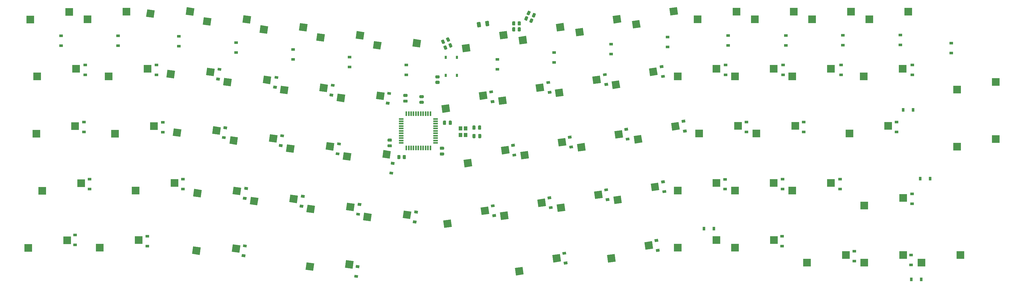
<source format=gbp>
G04 #@! TF.GenerationSoftware,KiCad,Pcbnew,(5.1.9)-1*
G04 #@! TF.CreationDate,2021-06-30T09:07:23+01:00*
G04 #@! TF.ProjectId,Paul-PCB-KICAD,5061756c-2d50-4434-922d-4b494341442e,rev?*
G04 #@! TF.SameCoordinates,Original*
G04 #@! TF.FileFunction,Paste,Bot*
G04 #@! TF.FilePolarity,Positive*
%FSLAX46Y46*%
G04 Gerber Fmt 4.6, Leading zero omitted, Abs format (unit mm)*
G04 Created by KiCad (PCBNEW (5.1.9)-1) date 2021-06-30 09:07:23*
%MOMM*%
%LPD*%
G01*
G04 APERTURE LIST*
%ADD10R,0.750000X1.000000*%
%ADD11R,2.550000X2.500000*%
%ADD12C,0.100000*%
%ADD13R,1.200000X1.400000*%
%ADD14R,0.900000X1.200000*%
%ADD15R,1.200000X0.900000*%
%ADD16R,0.550000X1.500000*%
%ADD17R,1.500000X0.550000*%
G04 APERTURE END LIST*
D10*
X142570000Y67050000D03*
X142570000Y73050000D03*
X138820000Y67050000D03*
X138820000Y73050000D03*
D11*
X235085000Y66687500D03*
X248012000Y69227500D03*
D12*
G36*
X71165587Y84677124D02*
G01*
X71513520Y87152794D01*
X74038703Y86797902D01*
X73690770Y84322232D01*
X71165587Y84677124D01*
G37*
G36*
X58010892Y83960933D02*
G01*
X58358825Y86436603D01*
X60884008Y86081711D01*
X60536075Y83606041D01*
X58010892Y83960933D01*
G37*
G36*
X92479925Y21393985D02*
G01*
X92827858Y23869655D01*
X95353041Y23514763D01*
X95005108Y21039093D01*
X92479925Y21393985D01*
G37*
G36*
X105634620Y22110176D02*
G01*
X105982553Y24585846D01*
X108507736Y24230954D01*
X108159803Y21755284D01*
X105634620Y22110176D01*
G37*
D11*
X279838750Y85757500D03*
X292765750Y88297500D03*
D12*
G36*
X114590892Y76010933D02*
G01*
X114938825Y78486603D01*
X117464008Y78131711D01*
X117116075Y75656041D01*
X114590892Y76010933D01*
G37*
G36*
X127745587Y76727124D02*
G01*
X128093520Y79202794D01*
X130618703Y78847902D01*
X130270770Y76372232D01*
X127745587Y76727124D01*
G37*
D11*
X297165000Y4600000D03*
X310092000Y7140000D03*
X278135000Y4590000D03*
X291062000Y7130000D03*
X259105000Y4600000D03*
X272032000Y7140000D03*
X235095000Y9550000D03*
X248022000Y12090000D03*
X216025000Y9550000D03*
X228952000Y12090000D03*
D12*
G36*
X192877102Y4592086D02*
G01*
X192529169Y7067756D01*
X195054352Y7422648D01*
X195402285Y4946978D01*
X192877102Y4592086D01*
G37*
G36*
X205324798Y8906458D02*
G01*
X204976865Y11382128D01*
X207502048Y11737020D01*
X207849981Y9261350D01*
X205324798Y8906458D01*
G37*
G36*
X138348186Y16165762D02*
G01*
X138000253Y18641432D01*
X140525436Y18996324D01*
X140873369Y16520654D01*
X138348186Y16165762D01*
G37*
G36*
X150795882Y20480134D02*
G01*
X150447949Y22955804D01*
X152973132Y23310696D01*
X153321065Y20835026D01*
X150795882Y20480134D01*
G37*
D11*
X308995000Y43280000D03*
X321922000Y45820000D03*
X278135000Y23640000D03*
X291062000Y26180000D03*
X254135000Y28587500D03*
X267062000Y31127500D03*
X235085000Y28587500D03*
X248012000Y31127500D03*
X216035000Y28587500D03*
X228962000Y31127500D03*
D12*
G36*
X194942006Y24119505D02*
G01*
X194594073Y26595175D01*
X197119256Y26950067D01*
X197467189Y24474397D01*
X194942006Y24119505D01*
G37*
G36*
X207389702Y28433877D02*
G01*
X207041769Y30909547D01*
X209566952Y31264439D01*
X209914885Y28788769D01*
X207389702Y28433877D01*
G37*
G36*
X176077399Y21468257D02*
G01*
X175729466Y23943927D01*
X178254649Y24298819D01*
X178602582Y21823149D01*
X176077399Y21468257D01*
G37*
G36*
X188525095Y25782629D02*
G01*
X188177162Y28258299D01*
X190702345Y28613191D01*
X191050278Y26137521D01*
X188525095Y25782629D01*
G37*
G36*
X157212793Y18817010D02*
G01*
X156864860Y21292680D01*
X159390043Y21647572D01*
X159737976Y19171902D01*
X157212793Y18817010D01*
G37*
G36*
X169660489Y23131382D02*
G01*
X169312556Y25607052D01*
X171837739Y25961944D01*
X172185672Y23486274D01*
X169660489Y23131382D01*
G37*
G36*
X111344532Y18742737D02*
G01*
X111692465Y21218407D01*
X114217648Y20863515D01*
X113869715Y18387845D01*
X111344532Y18742737D01*
G37*
G36*
X124499227Y19458928D02*
G01*
X124847160Y21934598D01*
X127372343Y21579706D01*
X127024410Y19104036D01*
X124499227Y19458928D01*
G37*
G36*
X73615319Y24045232D02*
G01*
X73963252Y26520902D01*
X76488435Y26166010D01*
X76140502Y23690340D01*
X73615319Y24045232D01*
G37*
G36*
X86770014Y24761423D02*
G01*
X87117947Y27237093D01*
X89643130Y26882201D01*
X89295197Y24406531D01*
X86770014Y24761423D01*
G37*
G36*
X54750712Y26696480D02*
G01*
X55098645Y29172150D01*
X57623828Y28817258D01*
X57275895Y26341588D01*
X54750712Y26696480D01*
G37*
G36*
X67905407Y27412671D02*
G01*
X68253340Y29888341D01*
X70778523Y29533449D01*
X70430590Y27057779D01*
X67905407Y27412671D01*
G37*
D11*
X35635000Y28580000D03*
X48562000Y31120000D03*
X308995000Y62300000D03*
X321922000Y64840000D03*
X242228750Y47637500D03*
X255155750Y50177500D03*
X223178750Y47637500D03*
X236105750Y50177500D03*
D12*
G36*
X201723062Y44309735D02*
G01*
X201375129Y46785405D01*
X203900312Y47140297D01*
X204248245Y44664627D01*
X201723062Y44309735D01*
G37*
G36*
X214170758Y48624107D02*
G01*
X213822825Y51099777D01*
X216348008Y51454669D01*
X216695941Y48978999D01*
X214170758Y48624107D01*
G37*
G36*
X182858455Y41658488D02*
G01*
X182510522Y44134158D01*
X185035705Y44489050D01*
X185383638Y42013380D01*
X182858455Y41658488D01*
G37*
G36*
X195306151Y45972860D02*
G01*
X194958218Y48448530D01*
X197483401Y48803422D01*
X197831334Y46327752D01*
X195306151Y45972860D01*
G37*
G36*
X163993848Y39007240D02*
G01*
X163645915Y41482910D01*
X166171098Y41837802D01*
X166519031Y39362132D01*
X163993848Y39007240D01*
G37*
G36*
X176441544Y43321612D02*
G01*
X176093611Y45797282D01*
X178618794Y46152174D01*
X178966727Y43676504D01*
X176441544Y43321612D01*
G37*
G36*
X145129242Y36355993D02*
G01*
X144781309Y38831663D01*
X147306492Y39186555D01*
X147654425Y36710885D01*
X145129242Y36355993D01*
G37*
G36*
X157576938Y40670365D02*
G01*
X157229005Y43146035D01*
X159754188Y43500927D01*
X160102121Y41025257D01*
X157576938Y40670365D01*
G37*
G36*
X104563476Y38932968D02*
G01*
X104911409Y41408638D01*
X107436592Y41053746D01*
X107088659Y38578076D01*
X104563476Y38932968D01*
G37*
G36*
X117718171Y39649159D02*
G01*
X118066104Y42124829D01*
X120591287Y41769937D01*
X120243354Y39294267D01*
X117718171Y39649159D01*
G37*
G36*
X85698870Y41584215D02*
G01*
X86046803Y44059885D01*
X88571986Y43704993D01*
X88224053Y41229323D01*
X85698870Y41584215D01*
G37*
G36*
X98853565Y42300406D02*
G01*
X99201498Y44776076D01*
X101726681Y44421184D01*
X101378748Y41945514D01*
X98853565Y42300406D01*
G37*
G36*
X66834263Y44235463D02*
G01*
X67182196Y46711133D01*
X69707379Y46356241D01*
X69359446Y43880571D01*
X66834263Y44235463D01*
G37*
G36*
X79988958Y44951654D02*
G01*
X80336891Y47427324D01*
X82862074Y47072432D01*
X82514141Y44596762D01*
X79988958Y44951654D01*
G37*
G36*
X47969656Y46886710D02*
G01*
X48317589Y49362380D01*
X50842772Y49007488D01*
X50494839Y46531818D01*
X47969656Y46886710D01*
G37*
G36*
X61124351Y47602901D02*
G01*
X61472284Y50078571D01*
X63997467Y49723679D01*
X63649534Y47248009D01*
X61124351Y47602901D01*
G37*
D11*
X28805000Y47600000D03*
X41732000Y50140000D03*
X254135000Y66687500D03*
X267062000Y69227500D03*
X216035000Y66687500D03*
X228962000Y69227500D03*
D12*
G36*
X194355663Y62511530D02*
G01*
X194007730Y64987200D01*
X196532913Y65342092D01*
X196880846Y62866422D01*
X194355663Y62511530D01*
G37*
G36*
X206803359Y66825902D02*
G01*
X206455426Y69301572D01*
X208980609Y69656464D01*
X209328542Y67180794D01*
X206803359Y66825902D01*
G37*
G36*
X175491056Y59860283D02*
G01*
X175143123Y62335953D01*
X177668306Y62690845D01*
X178016239Y60215175D01*
X175491056Y59860283D01*
G37*
G36*
X187938752Y64174655D02*
G01*
X187590819Y66650325D01*
X190116002Y67005217D01*
X190463935Y64529547D01*
X187938752Y64174655D01*
G37*
G36*
X156626449Y57209035D02*
G01*
X156278516Y59684705D01*
X158803699Y60039597D01*
X159151632Y57563927D01*
X156626449Y57209035D01*
G37*
G36*
X169074145Y61523407D02*
G01*
X168726212Y63999077D01*
X171251395Y64353969D01*
X171599328Y61878299D01*
X169074145Y61523407D01*
G37*
G36*
X137761843Y54557787D02*
G01*
X137413910Y57033457D01*
X139939093Y57388349D01*
X140287026Y54912679D01*
X137761843Y54557787D01*
G37*
G36*
X150209539Y58872159D02*
G01*
X149861606Y61347829D01*
X152386789Y61702721D01*
X152734722Y59227051D01*
X150209539Y58872159D01*
G37*
G36*
X102498572Y58460386D02*
G01*
X102846505Y60936056D01*
X105371688Y60581164D01*
X105023755Y58105494D01*
X102498572Y58460386D01*
G37*
G36*
X115653267Y59176577D02*
G01*
X116001200Y61652247D01*
X118526383Y61297355D01*
X118178450Y58821685D01*
X115653267Y59176577D01*
G37*
G36*
X83633965Y61111634D02*
G01*
X83981898Y63587304D01*
X86507081Y63232412D01*
X86159148Y60756742D01*
X83633965Y61111634D01*
G37*
G36*
X96788660Y61827825D02*
G01*
X97136593Y64303495D01*
X99661776Y63948603D01*
X99313843Y61472933D01*
X96788660Y61827825D01*
G37*
G36*
X64769359Y63762881D02*
G01*
X65117292Y66238551D01*
X67642475Y65883659D01*
X67294542Y63407989D01*
X64769359Y63762881D01*
G37*
G36*
X77924054Y64479072D02*
G01*
X78271987Y66954742D01*
X80797170Y66599850D01*
X80449237Y64124180D01*
X77924054Y64479072D01*
G37*
G36*
X45904752Y66414129D02*
G01*
X46252685Y68889799D01*
X48777868Y68534907D01*
X48429935Y66059237D01*
X45904752Y66414129D01*
G37*
G36*
X59059447Y67130320D02*
G01*
X59407380Y69605990D01*
X61932563Y69251098D01*
X61584630Y66775428D01*
X59059447Y67130320D01*
G37*
D11*
X26685000Y66680000D03*
X39612000Y69220000D03*
X260788750Y85757500D03*
X273715750Y88297500D03*
X241738750Y85757500D03*
X254665750Y88297500D03*
X222688750Y85757500D03*
X235615750Y88297500D03*
D12*
G36*
X201136718Y82701761D02*
G01*
X200788785Y85177431D01*
X203313968Y85532323D01*
X203661901Y83056653D01*
X201136718Y82701761D01*
G37*
G36*
X213584414Y87016133D02*
G01*
X213236481Y89491803D01*
X215761664Y89846695D01*
X216109597Y87371025D01*
X213584414Y87016133D01*
G37*
G36*
X182272112Y80050513D02*
G01*
X181924179Y82526183D01*
X184449362Y82881075D01*
X184797295Y80405405D01*
X182272112Y80050513D01*
G37*
G36*
X194719808Y84364885D02*
G01*
X194371875Y86840555D01*
X196897058Y87195447D01*
X197244991Y84719777D01*
X194719808Y84364885D01*
G37*
G36*
X163407505Y77399265D02*
G01*
X163059572Y79874935D01*
X165584755Y80229827D01*
X165932688Y77754157D01*
X163407505Y77399265D01*
G37*
G36*
X175855201Y81713637D02*
G01*
X175507268Y84189307D01*
X178032451Y84544199D01*
X178380384Y82068529D01*
X175855201Y81713637D01*
G37*
G36*
X144542898Y74748018D02*
G01*
X144194965Y77223688D01*
X146720148Y77578580D01*
X147068081Y75102910D01*
X144542898Y74748018D01*
G37*
G36*
X156990594Y79062390D02*
G01*
X156642661Y81538060D01*
X159167844Y81892952D01*
X159515777Y79417282D01*
X156990594Y79062390D01*
G37*
G36*
X95740892Y78650933D02*
G01*
X96088825Y81126603D01*
X98614008Y80771711D01*
X98266075Y78296041D01*
X95740892Y78650933D01*
G37*
G36*
X108895587Y79367124D02*
G01*
X109243520Y81842794D01*
X111768703Y81487902D01*
X111420770Y79012232D01*
X108895587Y79367124D01*
G37*
G36*
X76860892Y81310933D02*
G01*
X77208825Y83786603D01*
X79734008Y83431711D01*
X79386075Y80956041D01*
X76860892Y81310933D01*
G37*
G36*
X90015587Y82027124D02*
G01*
X90363520Y84502794D01*
X92888703Y84147902D01*
X92540770Y81672232D01*
X90015587Y82027124D01*
G37*
G36*
X39140892Y86600933D02*
G01*
X39488825Y89076603D01*
X42014008Y88721711D01*
X41666075Y86246041D01*
X39140892Y86600933D01*
G37*
G36*
X52295587Y87317124D02*
G01*
X52643520Y89792794D01*
X55168703Y89437902D01*
X54820770Y86962232D01*
X52295587Y87317124D01*
G37*
D11*
X19625000Y85750000D03*
X32552000Y88290000D03*
X585000Y85720000D03*
X13512000Y88260000D03*
X277947500Y66687500D03*
X290874500Y69227500D03*
X2875000Y66680000D03*
X15802000Y69220000D03*
X4585000Y28570000D03*
X17512000Y31110000D03*
X273185000Y47637500D03*
X286112000Y50177500D03*
X2575000Y47620000D03*
X15502000Y50160000D03*
D12*
G36*
X54457540Y7500467D02*
G01*
X54805473Y9976137D01*
X57330656Y9621245D01*
X56982723Y7145575D01*
X54457540Y7500467D01*
G37*
G36*
X67612235Y8216658D02*
G01*
X67960168Y10692328D01*
X70485351Y10337436D01*
X70137418Y7861766D01*
X67612235Y8216658D01*
G37*
D11*
X23735000Y9540000D03*
X36662000Y12080000D03*
X-105000Y9520000D03*
X12822000Y12060000D03*
D12*
G36*
X162222116Y283809D02*
G01*
X161874183Y2759479D01*
X164399366Y3114371D01*
X164747299Y638701D01*
X162222116Y283809D01*
G37*
G36*
X174669812Y4598181D02*
G01*
X174321879Y7073851D01*
X176847062Y7428743D01*
X177194995Y4953073D01*
X174669812Y4598181D01*
G37*
G36*
X92186754Y2197972D02*
G01*
X92534687Y4673642D01*
X95059870Y4318750D01*
X94711937Y1843080D01*
X92186754Y2197972D01*
G37*
G36*
X105341449Y2914163D02*
G01*
X105689382Y5389833D01*
X108214565Y5034941D01*
X107866632Y2559271D01*
X105341449Y2914163D01*
G37*
G36*
G01*
X161992500Y82850002D02*
X161992500Y81949998D01*
G75*
G02*
X161742502Y81700000I-249998J0D01*
G01*
X161217498Y81700000D01*
G75*
G02*
X160967500Y81949998I0J249998D01*
G01*
X160967500Y82850002D01*
G75*
G02*
X161217498Y83100000I249998J0D01*
G01*
X161742502Y83100000D01*
G75*
G02*
X161992500Y82850002I0J-249998D01*
G01*
G37*
G36*
G01*
X163817500Y82850002D02*
X163817500Y81949998D01*
G75*
G02*
X163567502Y81700000I-249998J0D01*
G01*
X163042498Y81700000D01*
G75*
G02*
X162792500Y81949998I0J249998D01*
G01*
X162792500Y82850002D01*
G75*
G02*
X163042498Y83100000I249998J0D01*
G01*
X163567502Y83100000D01*
G75*
G02*
X163817500Y82850002I0J-249998D01*
G01*
G37*
G36*
G01*
X163817500Y84840002D02*
X163817500Y83939998D01*
G75*
G02*
X163567502Y83690000I-249998J0D01*
G01*
X163042498Y83690000D01*
G75*
G02*
X162792500Y83939998I0J249998D01*
G01*
X162792500Y84840002D01*
G75*
G02*
X163042498Y85090000I249998J0D01*
G01*
X163567502Y85090000D01*
G75*
G02*
X163817500Y84840002I0J-249998D01*
G01*
G37*
G36*
G01*
X161992500Y84840002D02*
X161992500Y83939998D01*
G75*
G02*
X161742502Y83690000I-249998J0D01*
G01*
X161217498Y83690000D01*
G75*
G02*
X160967500Y83939998I0J249998D01*
G01*
X160967500Y84840002D01*
G75*
G02*
X161217498Y85090000I249998J0D01*
G01*
X161742502Y85090000D01*
G75*
G02*
X161992500Y84840002I0J-249998D01*
G01*
G37*
G36*
G01*
X166304431Y86248320D02*
X165945555Y85422963D01*
G75*
G02*
X165616606Y85293386I-229263J99686D01*
G01*
X165135146Y85502731D01*
G75*
G02*
X165005569Y85831680I99686J229263D01*
G01*
X165364445Y86657037D01*
G75*
G02*
X165693394Y86786614I229263J-99686D01*
G01*
X166174854Y86577269D01*
G75*
G02*
X166304431Y86248320I-99686J-229263D01*
G01*
G37*
G36*
G01*
X167978065Y85520602D02*
X167619189Y84695245D01*
G75*
G02*
X167290240Y84565668I-229263J99686D01*
G01*
X166808780Y84775013D01*
G75*
G02*
X166679203Y85103962I99686J229263D01*
G01*
X167038079Y85929319D01*
G75*
G02*
X167367028Y86058896I229263J-99686D01*
G01*
X167848488Y85849551D01*
G75*
G02*
X167978065Y85520602I-99686J-229263D01*
G01*
G37*
G36*
G01*
X167077936Y88101229D02*
X166699124Y87230022D01*
G75*
G02*
X166370172Y87100444I-229265J99687D01*
G01*
X165911642Y87299819D01*
G75*
G02*
X165782064Y87628771I99687J229265D01*
G01*
X166160876Y88499978D01*
G75*
G02*
X166489828Y88629556I229265J-99687D01*
G01*
X166948358Y88430181D01*
G75*
G02*
X167077936Y88101229I-99687J-229265D01*
G01*
G37*
G36*
G01*
X168820350Y87343605D02*
X168441538Y86472398D01*
G75*
G02*
X168112586Y86342820I-229265J99687D01*
G01*
X167654056Y86542195D01*
G75*
G02*
X167524478Y86871147I99687J229265D01*
G01*
X167903290Y87742354D01*
G75*
G02*
X168232242Y87871932I229265J-99687D01*
G01*
X168690772Y87672557D01*
G75*
G02*
X168820350Y87343605I-99687J-229265D01*
G01*
G37*
D13*
X143780000Y47120000D03*
X143780000Y49320000D03*
X145480000Y49320000D03*
X145480000Y47120000D03*
G36*
G01*
X124550000Y39349998D02*
X124550000Y40250002D01*
G75*
G02*
X124799998Y40500000I249998J0D01*
G01*
X125325002Y40500000D01*
G75*
G02*
X125575000Y40250002I0J-249998D01*
G01*
X125575000Y39349998D01*
G75*
G02*
X125325002Y39100000I-249998J0D01*
G01*
X124799998Y39100000D01*
G75*
G02*
X124550000Y39349998I0J249998D01*
G01*
G37*
G36*
G01*
X122725000Y39349998D02*
X122725000Y40250002D01*
G75*
G02*
X122974998Y40500000I249998J0D01*
G01*
X123500002Y40500000D01*
G75*
G02*
X123750000Y40250002I0J-249998D01*
G01*
X123750000Y39349998D01*
G75*
G02*
X123500002Y39100000I-249998J0D01*
G01*
X122974998Y39100000D01*
G75*
G02*
X122725000Y39349998I0J249998D01*
G01*
G37*
G36*
G01*
X136550002Y66037500D02*
X135649998Y66037500D01*
G75*
G02*
X135400000Y66287498I0J249998D01*
G01*
X135400000Y66812502D01*
G75*
G02*
X135649998Y67062500I249998J0D01*
G01*
X136550002Y67062500D01*
G75*
G02*
X136800000Y66812502I0J-249998D01*
G01*
X136800000Y66287498D01*
G75*
G02*
X136550002Y66037500I-249998J0D01*
G01*
G37*
G36*
G01*
X136550002Y64212500D02*
X135649998Y64212500D01*
G75*
G02*
X135400000Y64462498I0J249998D01*
G01*
X135400000Y64987502D01*
G75*
G02*
X135649998Y65237500I249998J0D01*
G01*
X136550002Y65237500D01*
G75*
G02*
X136800000Y64987502I0J-249998D01*
G01*
X136800000Y64462498D01*
G75*
G02*
X136550002Y64212500I-249998J0D01*
G01*
G37*
G36*
G01*
X140109445Y76432963D02*
X139750569Y77258320D01*
G75*
G02*
X139880146Y77587269I229263J99686D01*
G01*
X140361606Y77796614D01*
G75*
G02*
X140690555Y77667037I99686J-229263D01*
G01*
X141049431Y76841680D01*
G75*
G02*
X140919854Y76512731I-229263J-99686D01*
G01*
X140438394Y76303386D01*
G75*
G02*
X140109445Y76432963I-99686J229263D01*
G01*
G37*
G36*
G01*
X138435811Y75705245D02*
X138076935Y76530602D01*
G75*
G02*
X138206512Y76859551I229263J99686D01*
G01*
X138687972Y77068896D01*
G75*
G02*
X139016921Y76939319I99686J-229263D01*
G01*
X139375797Y76113962D01*
G75*
G02*
X139246220Y75785013I-229263J-99686D01*
G01*
X138764760Y75575668D01*
G75*
G02*
X138435811Y75705245I-99686J229263D01*
G01*
G37*
G36*
G01*
X139309445Y78382963D02*
X138950569Y79208320D01*
G75*
G02*
X139080146Y79537269I229263J99686D01*
G01*
X139561606Y79746614D01*
G75*
G02*
X139890555Y79617037I99686J-229263D01*
G01*
X140249431Y78791680D01*
G75*
G02*
X140119854Y78462731I-229263J-99686D01*
G01*
X139638394Y78253386D01*
G75*
G02*
X139309445Y78382963I-99686J229263D01*
G01*
G37*
G36*
G01*
X137635811Y77655245D02*
X137276935Y78480602D01*
G75*
G02*
X137406512Y78809551I229263J99686D01*
G01*
X137887972Y79018896D01*
G75*
G02*
X138216921Y78889319I99686J-229263D01*
G01*
X138575797Y78063962D01*
G75*
G02*
X138446220Y77735013I-229263J-99686D01*
G01*
X137964760Y77525668D01*
G75*
G02*
X137635811Y77655245I-99686J229263D01*
G01*
G37*
G36*
G01*
X152118066Y83644100D02*
X151944099Y84881935D01*
G75*
G02*
X152156873Y85164295I247567J34793D01*
G01*
X152899574Y85268674D01*
G75*
G02*
X153181934Y85055900I34793J-247567D01*
G01*
X153355901Y83818065D01*
G75*
G02*
X153143127Y83535705I-247567J-34793D01*
G01*
X152400426Y83431326D01*
G75*
G02*
X152118066Y83644100I-34793J247567D01*
G01*
G37*
G36*
G01*
X149345316Y83254416D02*
X149171349Y84492251D01*
G75*
G02*
X149384123Y84774611I247567J34793D01*
G01*
X150126824Y84878990D01*
G75*
G02*
X150409184Y84666216I34793J-247567D01*
G01*
X150583151Y83428381D01*
G75*
G02*
X150370377Y83146021I-247567J-34793D01*
G01*
X149627676Y83041642D01*
G75*
G02*
X149345316Y83254416I-34793J247567D01*
G01*
G37*
D14*
X297070000Y-1010000D03*
X293770000Y-1010000D03*
X300070000Y32590000D03*
X296770000Y32590000D03*
X294340000Y55540000D03*
X291040000Y55540000D03*
D15*
X307100000Y77800000D03*
X307100000Y74500000D03*
X290100000Y80500000D03*
X290100000Y77200000D03*
X294150000Y67200000D03*
X294150000Y70500000D03*
X271000000Y80400000D03*
X271000000Y77100000D03*
X293720000Y7130000D03*
X293720000Y3830000D03*
X294010000Y24200000D03*
X294010000Y27500000D03*
X288890000Y48140000D03*
X288890000Y51440000D03*
X270400000Y67200000D03*
X270400000Y70500000D03*
X252000000Y80350000D03*
X252000000Y77050000D03*
X274850000Y5090000D03*
X274850000Y8390000D03*
X270080000Y29110000D03*
X270080000Y32410000D03*
X257980000Y48150000D03*
X257980000Y51450000D03*
X251100000Y67200000D03*
X251100000Y70500000D03*
X232800000Y80350000D03*
X232800000Y77050000D03*
X250780000Y10050000D03*
X250780000Y13350000D03*
X250900000Y29100000D03*
X250900000Y32400000D03*
X238950000Y48175000D03*
X238950000Y51475000D03*
X232000000Y67200000D03*
X232000000Y70500000D03*
X212700000Y79850000D03*
X212700000Y76550000D03*
D14*
X228060000Y15890000D03*
X224760000Y15890000D03*
D15*
X231780000Y29080000D03*
X231780000Y32380000D03*
D12*
G36*
X217752483Y48844233D02*
G01*
X218940805Y49011240D01*
X219066061Y48119999D01*
X217877739Y47952992D01*
X217752483Y48844233D01*
G37*
G36*
X217293211Y52112117D02*
G01*
X218481533Y52279124D01*
X218606789Y51387883D01*
X217418467Y51220876D01*
X217293211Y52112117D01*
G37*
G36*
X210472847Y67078175D02*
G01*
X211661169Y67245182D01*
X211786425Y66353941D01*
X210598103Y66186934D01*
X210472847Y67078175D01*
G37*
G36*
X210013575Y70346059D02*
G01*
X211201897Y70513066D01*
X211327153Y69621825D01*
X210138831Y69454818D01*
X210013575Y70346059D01*
G37*
D15*
X193850000Y77450000D03*
X193850000Y74150000D03*
D12*
G36*
X208763211Y9052117D02*
G01*
X209951533Y9219124D01*
X210076789Y8327883D01*
X208888467Y8160876D01*
X208763211Y9052117D01*
G37*
G36*
X208303939Y12320001D02*
G01*
X209492261Y12487008D01*
X209617517Y11595767D01*
X208429195Y11428760D01*
X208303939Y12320001D01*
G37*
G36*
X210932483Y28634233D02*
G01*
X212120805Y28801240D01*
X212246061Y27909999D01*
X211057739Y27742992D01*
X210932483Y28634233D01*
G37*
G36*
X210473211Y31902117D02*
G01*
X211661533Y32069124D01*
X211786789Y31177883D01*
X210598467Y31010876D01*
X210473211Y31902117D01*
G37*
G36*
X198727483Y46169233D02*
G01*
X199915805Y46336240D01*
X200041061Y45444999D01*
X198852739Y45277992D01*
X198727483Y46169233D01*
G37*
G36*
X198268211Y49437117D02*
G01*
X199456533Y49604124D01*
X199581789Y48712883D01*
X198393467Y48545876D01*
X198268211Y49437117D01*
G37*
G36*
X191593211Y64412117D02*
G01*
X192781533Y64579124D01*
X192906789Y63687883D01*
X191718467Y63520876D01*
X191593211Y64412117D01*
G37*
G36*
X191133939Y67680001D02*
G01*
X192322261Y67847008D01*
X192447517Y66955767D01*
X191259195Y66788760D01*
X191133939Y67680001D01*
G37*
D15*
X174950000Y74700000D03*
X174950000Y71400000D03*
D12*
G36*
X192032847Y25978175D02*
G01*
X193221169Y26145182D01*
X193346425Y25253941D01*
X192158103Y25086934D01*
X192032847Y25978175D01*
G37*
G36*
X191573575Y29246059D02*
G01*
X192761897Y29413066D01*
X192887153Y28521825D01*
X191698831Y28354818D01*
X191573575Y29246059D01*
G37*
G36*
X179927483Y43519233D02*
G01*
X181115805Y43686240D01*
X181241061Y42794999D01*
X180052739Y42627992D01*
X179927483Y43519233D01*
G37*
G36*
X179468211Y46787117D02*
G01*
X180656533Y46954124D01*
X180781789Y46062883D01*
X179593467Y45895876D01*
X179468211Y46787117D01*
G37*
G36*
X172763575Y61762117D02*
G01*
X173951897Y61929124D01*
X174077153Y61037883D01*
X172888831Y60870876D01*
X172763575Y61762117D01*
G37*
G36*
X172304303Y65030001D02*
G01*
X173492625Y65197008D01*
X173617881Y64305767D01*
X172429559Y64138760D01*
X172304303Y65030001D01*
G37*
D15*
X156050000Y72350000D03*
X156050000Y69050000D03*
D12*
G36*
X178082483Y4794233D02*
G01*
X179270805Y4961240D01*
X179396061Y4069999D01*
X178207739Y3902992D01*
X178082483Y4794233D01*
G37*
G36*
X177623211Y8062117D02*
G01*
X178811533Y8229124D01*
X178936789Y7337883D01*
X177748467Y7170876D01*
X177623211Y8062117D01*
G37*
G36*
X173162847Y23308175D02*
G01*
X174351169Y23475182D01*
X174476425Y22583941D01*
X173288103Y22416934D01*
X173162847Y23308175D01*
G37*
G36*
X172703575Y26576059D02*
G01*
X173891897Y26743066D01*
X174017153Y25851825D01*
X172828831Y25684818D01*
X172703575Y26576059D01*
G37*
G36*
X161018211Y40837117D02*
G01*
X162206533Y41004124D01*
X162331789Y40112883D01*
X161143467Y39945876D01*
X161018211Y40837117D01*
G37*
G36*
X160558939Y44105001D02*
G01*
X161747261Y44272008D01*
X161872517Y43380767D01*
X160684195Y43213760D01*
X160558939Y44105001D01*
G37*
G36*
X153772847Y58653175D02*
G01*
X154961169Y58820182D01*
X155086425Y57928941D01*
X153898103Y57761934D01*
X153772847Y58653175D01*
G37*
G36*
X153313575Y61921059D02*
G01*
X154501897Y62088066D01*
X154627153Y61196825D01*
X153438831Y61029818D01*
X153313575Y61921059D01*
G37*
D15*
X125700000Y70550000D03*
X125700000Y67250000D03*
D12*
G36*
X155167153Y23161825D02*
G01*
X153978831Y22994818D01*
X153853575Y23886059D01*
X155041897Y24053066D01*
X155167153Y23161825D01*
G37*
G36*
X155626425Y19893941D02*
G01*
X154438103Y19726934D01*
X154312847Y20618175D01*
X155501169Y20785182D01*
X155626425Y19893941D01*
G37*
G36*
X127969195Y18701240D02*
G01*
X129157517Y18534233D01*
X129032261Y17642992D01*
X127843939Y17809999D01*
X127969195Y18701240D01*
G37*
G36*
X128428467Y21969124D02*
G01*
X129616789Y21802117D01*
X129491533Y20910876D01*
X128303211Y21077883D01*
X128428467Y21969124D01*
G37*
G36*
X121711169Y37204818D02*
G01*
X120522847Y37371825D01*
X120648103Y38263066D01*
X121836425Y38096059D01*
X121711169Y37204818D01*
G37*
G36*
X121251897Y33936934D02*
G01*
X120063575Y34103941D01*
X120188831Y34995182D01*
X121377153Y34828175D01*
X121251897Y33936934D01*
G37*
G36*
X119009195Y58311240D02*
G01*
X120197517Y58144233D01*
X120072261Y57252992D01*
X118883939Y57419999D01*
X119009195Y58311240D01*
G37*
G36*
X119468467Y61579124D02*
G01*
X120656789Y61412117D01*
X120531533Y60520876D01*
X119343211Y60687883D01*
X119468467Y61579124D01*
G37*
D15*
X106800000Y73150000D03*
X106800000Y69850000D03*
D12*
G36*
X108519195Y531240D02*
G01*
X109707517Y364233D01*
X109582261Y-527008D01*
X108393939Y-360001D01*
X108519195Y531240D01*
G37*
G36*
X108978467Y3799124D02*
G01*
X110166789Y3632117D01*
X110041533Y2740876D01*
X108853211Y2907883D01*
X108978467Y3799124D01*
G37*
G36*
X109149195Y21281240D02*
G01*
X110337517Y21114233D01*
X110212261Y20222992D01*
X109023939Y20389999D01*
X109149195Y21281240D01*
G37*
G36*
X109608467Y24549124D02*
G01*
X110796789Y24382117D01*
X110671533Y23490876D01*
X109483211Y23657883D01*
X109608467Y24549124D01*
G37*
G36*
X102334195Y41436240D02*
G01*
X103522517Y41269233D01*
X103397261Y40377992D01*
X102208939Y40544999D01*
X102334195Y41436240D01*
G37*
G36*
X102793467Y44704124D02*
G01*
X103981789Y44537117D01*
X103856533Y43645876D01*
X102668211Y43812883D01*
X102793467Y44704124D01*
G37*
G36*
X100718467Y64279124D02*
G01*
X101906789Y64112117D01*
X101781533Y63220876D01*
X100593211Y63387883D01*
X100718467Y64279124D01*
G37*
G36*
X100259195Y61011240D02*
G01*
X101447517Y60844233D01*
X101322261Y59952992D01*
X100133939Y60119999D01*
X100259195Y61011240D01*
G37*
D15*
X88000000Y75650000D03*
X88000000Y72350000D03*
D12*
G36*
X90289195Y23951240D02*
G01*
X91477517Y23784233D01*
X91352261Y22892992D01*
X90163939Y23059999D01*
X90289195Y23951240D01*
G37*
G36*
X90748467Y27219124D02*
G01*
X91936789Y27052117D01*
X91811533Y26160876D01*
X90623211Y26327883D01*
X90748467Y27219124D01*
G37*
G36*
X83393467Y44154124D02*
G01*
X84581789Y43987117D01*
X84456533Y43095876D01*
X83268211Y43262883D01*
X83393467Y44154124D01*
G37*
G36*
X83852739Y47422008D02*
G01*
X85041061Y47255001D01*
X84915805Y46363760D01*
X83727483Y46530767D01*
X83852739Y47422008D01*
G37*
G36*
X81488831Y63645182D02*
G01*
X82677153Y63478175D01*
X82551897Y62586934D01*
X81363575Y62753941D01*
X81488831Y63645182D01*
G37*
G36*
X81948103Y66913066D02*
G01*
X83136425Y66746059D01*
X83011169Y65854818D01*
X81822847Y66021825D01*
X81948103Y66913066D01*
G37*
D15*
X69050000Y77950000D03*
X69050000Y74650000D03*
D12*
G36*
X71018467Y7419124D02*
G01*
X72206789Y7252117D01*
X72081533Y6360876D01*
X70893211Y6527883D01*
X71018467Y7419124D01*
G37*
G36*
X71477739Y10687008D02*
G01*
X72666061Y10520001D01*
X72540805Y9628760D01*
X71352483Y9795767D01*
X71477739Y10687008D01*
G37*
G36*
X71428467Y26579124D02*
G01*
X72616789Y26412117D01*
X72491533Y25520876D01*
X71303211Y25687883D01*
X71428467Y26579124D01*
G37*
G36*
X71887739Y29847008D02*
G01*
X73076061Y29680001D01*
X72950805Y28788760D01*
X71762483Y28955767D01*
X71887739Y29847008D01*
G37*
G36*
X64468467Y46829124D02*
G01*
X65656789Y46662117D01*
X65531533Y45770876D01*
X64343211Y45937883D01*
X64468467Y46829124D01*
G37*
G36*
X64927739Y50097008D02*
G01*
X66116061Y49930001D01*
X65990805Y49038760D01*
X64802483Y49205767D01*
X64927739Y50097008D01*
G37*
G36*
X62538831Y66345182D02*
G01*
X63727153Y66178175D01*
X63601897Y65286934D01*
X62413575Y65453941D01*
X62538831Y66345182D01*
G37*
G36*
X62998103Y69613066D02*
G01*
X64186425Y69446059D01*
X64061169Y68554818D01*
X62872847Y68721825D01*
X62998103Y69613066D01*
G37*
D15*
X50000000Y80050000D03*
X50000000Y76750000D03*
X39500000Y10100000D03*
X39500000Y13400000D03*
X51390000Y29100000D03*
X51390000Y32400000D03*
X44650000Y48125000D03*
X44650000Y51425000D03*
X42600000Y67200000D03*
X42600000Y70500000D03*
X29800000Y80250000D03*
X29800000Y76950000D03*
X15520000Y10460000D03*
X15520000Y13760000D03*
X20280000Y29090000D03*
X20280000Y32390000D03*
X18425000Y48150000D03*
X18425000Y51450000D03*
X18850000Y67200000D03*
X18850000Y70500000D03*
X10800000Y80250000D03*
X10800000Y76950000D03*
G36*
G01*
X125895000Y59860000D02*
X124945000Y59860000D01*
G75*
G02*
X124695000Y60110000I0J250000D01*
G01*
X124695000Y60610000D01*
G75*
G02*
X124945000Y60860000I250000J0D01*
G01*
X125895000Y60860000D01*
G75*
G02*
X126145000Y60610000I0J-250000D01*
G01*
X126145000Y60110000D01*
G75*
G02*
X125895000Y59860000I-250000J0D01*
G01*
G37*
G36*
G01*
X125895000Y57960000D02*
X124945000Y57960000D01*
G75*
G02*
X124695000Y58210000I0J250000D01*
G01*
X124695000Y58710000D01*
G75*
G02*
X124945000Y58960000I250000J0D01*
G01*
X125895000Y58960000D01*
G75*
G02*
X126145000Y58710000I0J-250000D01*
G01*
X126145000Y58210000D01*
G75*
G02*
X125895000Y57960000I-250000J0D01*
G01*
G37*
G36*
G01*
X130325000Y58550000D02*
X131275000Y58550000D01*
G75*
G02*
X131525000Y58300000I0J-250000D01*
G01*
X131525000Y57800000D01*
G75*
G02*
X131275000Y57550000I-250000J0D01*
G01*
X130325000Y57550000D01*
G75*
G02*
X130075000Y57800000I0J250000D01*
G01*
X130075000Y58300000D01*
G75*
G02*
X130325000Y58550000I250000J0D01*
G01*
G37*
G36*
G01*
X130325000Y60450000D02*
X131275000Y60450000D01*
G75*
G02*
X131525000Y60200000I0J-250000D01*
G01*
X131525000Y59700000D01*
G75*
G02*
X131275000Y59450000I-250000J0D01*
G01*
X130325000Y59450000D01*
G75*
G02*
X130075000Y59700000I0J250000D01*
G01*
X130075000Y60200000D01*
G75*
G02*
X130325000Y60450000I250000J0D01*
G01*
G37*
G36*
G01*
X138055000Y42230000D02*
X137105000Y42230000D01*
G75*
G02*
X136855000Y42480000I0J250000D01*
G01*
X136855000Y42980000D01*
G75*
G02*
X137105000Y43230000I250000J0D01*
G01*
X138055000Y43230000D01*
G75*
G02*
X138305000Y42980000I0J-250000D01*
G01*
X138305000Y42480000D01*
G75*
G02*
X138055000Y42230000I-250000J0D01*
G01*
G37*
G36*
G01*
X138055000Y40330000D02*
X137105000Y40330000D01*
G75*
G02*
X136855000Y40580000I0J250000D01*
G01*
X136855000Y41080000D01*
G75*
G02*
X137105000Y41330000I250000J0D01*
G01*
X138055000Y41330000D01*
G75*
G02*
X138305000Y41080000I0J-250000D01*
G01*
X138305000Y40580000D01*
G75*
G02*
X138055000Y40330000I-250000J0D01*
G01*
G37*
G36*
G01*
X139850000Y50755000D02*
X139850000Y51705000D01*
G75*
G02*
X140100000Y51955000I250000J0D01*
G01*
X140600000Y51955000D01*
G75*
G02*
X140850000Y51705000I0J-250000D01*
G01*
X140850000Y50755000D01*
G75*
G02*
X140600000Y50505000I-250000J0D01*
G01*
X140100000Y50505000D01*
G75*
G02*
X139850000Y50755000I0J250000D01*
G01*
G37*
G36*
G01*
X137950000Y50755000D02*
X137950000Y51705000D01*
G75*
G02*
X138200000Y51955000I250000J0D01*
G01*
X138700000Y51955000D01*
G75*
G02*
X138950000Y51705000I0J-250000D01*
G01*
X138950000Y50755000D01*
G75*
G02*
X138700000Y50505000I-250000J0D01*
G01*
X138200000Y50505000D01*
G75*
G02*
X137950000Y50755000I0J250000D01*
G01*
G37*
G36*
G01*
X147730000Y49145000D02*
X147730000Y50095000D01*
G75*
G02*
X147980000Y50345000I250000J0D01*
G01*
X148480000Y50345000D01*
G75*
G02*
X148730000Y50095000I0J-250000D01*
G01*
X148730000Y49145000D01*
G75*
G02*
X148480000Y48895000I-250000J0D01*
G01*
X147980000Y48895000D01*
G75*
G02*
X147730000Y49145000I0J250000D01*
G01*
G37*
G36*
G01*
X149630000Y49145000D02*
X149630000Y50095000D01*
G75*
G02*
X149880000Y50345000I250000J0D01*
G01*
X150380000Y50345000D01*
G75*
G02*
X150630000Y50095000I0J-250000D01*
G01*
X150630000Y49145000D01*
G75*
G02*
X150380000Y48895000I-250000J0D01*
G01*
X149880000Y48895000D01*
G75*
G02*
X149630000Y49145000I0J250000D01*
G01*
G37*
G36*
G01*
X147755000Y46320000D02*
X147755000Y47270000D01*
G75*
G02*
X148005000Y47520000I250000J0D01*
G01*
X148505000Y47520000D01*
G75*
G02*
X148755000Y47270000I0J-250000D01*
G01*
X148755000Y46320000D01*
G75*
G02*
X148505000Y46070000I-250000J0D01*
G01*
X148005000Y46070000D01*
G75*
G02*
X147755000Y46320000I0J250000D01*
G01*
G37*
G36*
G01*
X149655000Y46320000D02*
X149655000Y47270000D01*
G75*
G02*
X149905000Y47520000I250000J0D01*
G01*
X150405000Y47520000D01*
G75*
G02*
X150655000Y47270000I0J-250000D01*
G01*
X150655000Y46320000D01*
G75*
G02*
X150405000Y46070000I-250000J0D01*
G01*
X149905000Y46070000D01*
G75*
G02*
X149655000Y46320000I0J250000D01*
G01*
G37*
G36*
G01*
X120675000Y44950000D02*
X119725000Y44950000D01*
G75*
G02*
X119475000Y45200000I0J250000D01*
G01*
X119475000Y45700000D01*
G75*
G02*
X119725000Y45950000I250000J0D01*
G01*
X120675000Y45950000D01*
G75*
G02*
X120925000Y45700000I0J-250000D01*
G01*
X120925000Y45200000D01*
G75*
G02*
X120675000Y44950000I-250000J0D01*
G01*
G37*
G36*
G01*
X120675000Y43050000D02*
X119725000Y43050000D01*
G75*
G02*
X119475000Y43300000I0J250000D01*
G01*
X119475000Y43800000D01*
G75*
G02*
X119725000Y44050000I250000J0D01*
G01*
X120675000Y44050000D01*
G75*
G02*
X120925000Y43800000I0J-250000D01*
G01*
X120925000Y43300000D01*
G75*
G02*
X120675000Y43050000I-250000J0D01*
G01*
G37*
D16*
X125730000Y54230000D03*
X126530000Y54230000D03*
X127330000Y54230000D03*
X128130000Y54230000D03*
X128930000Y54230000D03*
X129730000Y54230000D03*
X130530000Y54230000D03*
X131330000Y54230000D03*
X132130000Y54230000D03*
X132930000Y54230000D03*
X133730000Y54230000D03*
D17*
X135430000Y52530000D03*
X135430000Y51730000D03*
X135430000Y50930000D03*
X135430000Y50130000D03*
X135430000Y49330000D03*
X135430000Y48530000D03*
X135430000Y47730000D03*
X135430000Y46930000D03*
X135430000Y46130000D03*
X135430000Y45330000D03*
X135430000Y44530000D03*
D16*
X133730000Y42830000D03*
X132930000Y42830000D03*
X132130000Y42830000D03*
X131330000Y42830000D03*
X130530000Y42830000D03*
X129730000Y42830000D03*
X128930000Y42830000D03*
X128130000Y42830000D03*
X127330000Y42830000D03*
X126530000Y42830000D03*
X125730000Y42830000D03*
D17*
X124030000Y44530000D03*
X124030000Y45330000D03*
X124030000Y46130000D03*
X124030000Y46930000D03*
X124030000Y47730000D03*
X124030000Y48530000D03*
X124030000Y49330000D03*
X124030000Y50130000D03*
X124030000Y50930000D03*
X124030000Y51730000D03*
X124030000Y52530000D03*
M02*

</source>
